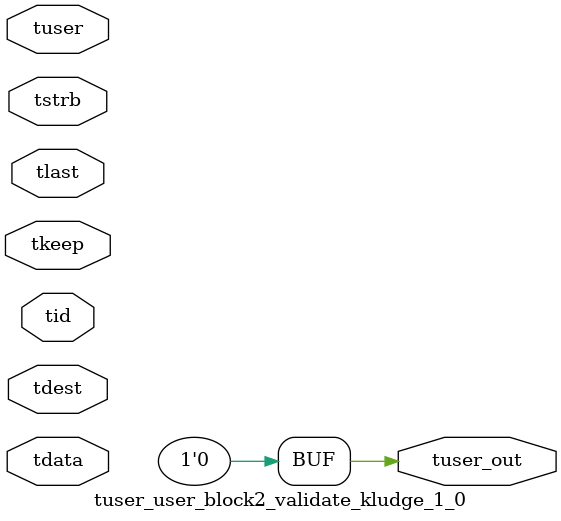
<source format=v>


`timescale 1ps/1ps

module tuser_user_block2_validate_kludge_1_0 #
(
parameter C_S_AXIS_TUSER_WIDTH = 1,
parameter C_S_AXIS_TDATA_WIDTH = 32,
parameter C_S_AXIS_TID_WIDTH   = 0,
parameter C_S_AXIS_TDEST_WIDTH = 0,
parameter C_M_AXIS_TUSER_WIDTH = 1
)
(
input  [(C_S_AXIS_TUSER_WIDTH == 0 ? 1 : C_S_AXIS_TUSER_WIDTH)-1:0     ] tuser,
input  [(C_S_AXIS_TDATA_WIDTH == 0 ? 1 : C_S_AXIS_TDATA_WIDTH)-1:0     ] tdata,
input  [(C_S_AXIS_TID_WIDTH   == 0 ? 1 : C_S_AXIS_TID_WIDTH)-1:0       ] tid,
input  [(C_S_AXIS_TDEST_WIDTH == 0 ? 1 : C_S_AXIS_TDEST_WIDTH)-1:0     ] tdest,
input  [(C_S_AXIS_TDATA_WIDTH/8)-1:0 ] tkeep,
input  [(C_S_AXIS_TDATA_WIDTH/8)-1:0 ] tstrb,
input                                                                    tlast,
output [C_M_AXIS_TUSER_WIDTH-1:0] tuser_out
);

assign tuser_out = {1'b0};

endmodule


</source>
